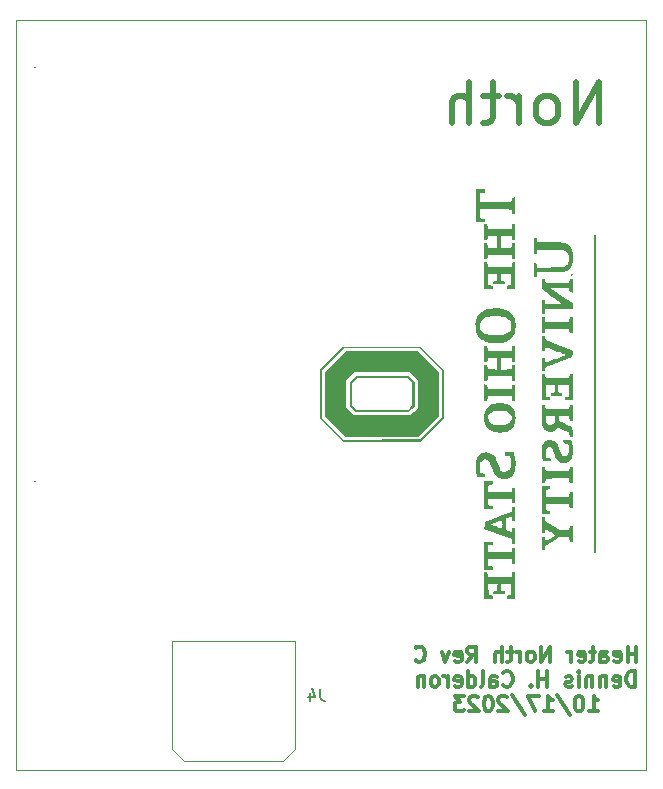
<source format=gbr>
%TF.GenerationSoftware,KiCad,Pcbnew,7.0.7*%
%TF.CreationDate,2023-10-17T22:15:13-05:00*%
%TF.ProjectId,Heater_North_DCT_HSK,48656174-6572-45f4-9e6f-7274685f4443,rev?*%
%TF.SameCoordinates,Original*%
%TF.FileFunction,Legend,Bot*%
%TF.FilePolarity,Positive*%
%FSLAX46Y46*%
G04 Gerber Fmt 4.6, Leading zero omitted, Abs format (unit mm)*
G04 Created by KiCad (PCBNEW 7.0.7) date 2023-10-17 22:15:13*
%MOMM*%
%LPD*%
G01*
G04 APERTURE LIST*
%ADD10C,0.150000*%
%ADD11C,0.500000*%
%ADD12C,0.300000*%
%ADD13C,0.120000*%
%TA.AperFunction,Profile*%
%ADD14C,0.100000*%
%TD*%
G04 APERTURE END LIST*
D10*
X103200200Y-89890600D02*
G75*
G03*
X103200200Y-89890600I-25400J0D01*
G01*
X103200200Y-54864000D02*
G75*
G03*
X103200200Y-54864000I-25400J0D01*
G01*
X148615400Y-72390000D02*
G75*
G03*
X148615400Y-72390000I-25400J0D01*
G01*
D11*
X150950999Y-59588342D02*
X150950999Y-56088342D01*
X150950999Y-56088342D02*
X148950999Y-59588342D01*
X148950999Y-59588342D02*
X148950999Y-56088342D01*
X146784332Y-59588342D02*
X147117666Y-59421676D01*
X147117666Y-59421676D02*
X147284332Y-59255009D01*
X147284332Y-59255009D02*
X147450999Y-58921676D01*
X147450999Y-58921676D02*
X147450999Y-57921676D01*
X147450999Y-57921676D02*
X147284332Y-57588342D01*
X147284332Y-57588342D02*
X147117666Y-57421676D01*
X147117666Y-57421676D02*
X146784332Y-57255009D01*
X146784332Y-57255009D02*
X146284332Y-57255009D01*
X146284332Y-57255009D02*
X145950999Y-57421676D01*
X145950999Y-57421676D02*
X145784332Y-57588342D01*
X145784332Y-57588342D02*
X145617666Y-57921676D01*
X145617666Y-57921676D02*
X145617666Y-58921676D01*
X145617666Y-58921676D02*
X145784332Y-59255009D01*
X145784332Y-59255009D02*
X145950999Y-59421676D01*
X145950999Y-59421676D02*
X146284332Y-59588342D01*
X146284332Y-59588342D02*
X146784332Y-59588342D01*
X144117665Y-59588342D02*
X144117665Y-57255009D01*
X144117665Y-57921676D02*
X143950999Y-57588342D01*
X143950999Y-57588342D02*
X143784332Y-57421676D01*
X143784332Y-57421676D02*
X143450999Y-57255009D01*
X143450999Y-57255009D02*
X143117665Y-57255009D01*
X142450998Y-57255009D02*
X141117665Y-57255009D01*
X141950998Y-56088342D02*
X141950998Y-59088342D01*
X141950998Y-59088342D02*
X141784332Y-59421676D01*
X141784332Y-59421676D02*
X141450998Y-59588342D01*
X141450998Y-59588342D02*
X141117665Y-59588342D01*
X139950998Y-59588342D02*
X139950998Y-56088342D01*
X138450998Y-59588342D02*
X138450998Y-57755009D01*
X138450998Y-57755009D02*
X138617665Y-57421676D01*
X138617665Y-57421676D02*
X138950998Y-57255009D01*
X138950998Y-57255009D02*
X139450998Y-57255009D01*
X139450998Y-57255009D02*
X139784332Y-57421676D01*
X139784332Y-57421676D02*
X139950998Y-57588342D01*
D12*
X154088717Y-105180914D02*
X154088717Y-103880914D01*
X154088717Y-104499962D02*
X153345860Y-104499962D01*
X153345860Y-105180914D02*
X153345860Y-103880914D01*
X152231574Y-105119010D02*
X152355383Y-105180914D01*
X152355383Y-105180914D02*
X152603002Y-105180914D01*
X152603002Y-105180914D02*
X152726812Y-105119010D01*
X152726812Y-105119010D02*
X152788716Y-104995200D01*
X152788716Y-104995200D02*
X152788716Y-104499962D01*
X152788716Y-104499962D02*
X152726812Y-104376152D01*
X152726812Y-104376152D02*
X152603002Y-104314248D01*
X152603002Y-104314248D02*
X152355383Y-104314248D01*
X152355383Y-104314248D02*
X152231574Y-104376152D01*
X152231574Y-104376152D02*
X152169669Y-104499962D01*
X152169669Y-104499962D02*
X152169669Y-104623771D01*
X152169669Y-104623771D02*
X152788716Y-104747581D01*
X151055383Y-105180914D02*
X151055383Y-104499962D01*
X151055383Y-104499962D02*
X151117288Y-104376152D01*
X151117288Y-104376152D02*
X151241097Y-104314248D01*
X151241097Y-104314248D02*
X151488716Y-104314248D01*
X151488716Y-104314248D02*
X151612526Y-104376152D01*
X151055383Y-105119010D02*
X151179192Y-105180914D01*
X151179192Y-105180914D02*
X151488716Y-105180914D01*
X151488716Y-105180914D02*
X151612526Y-105119010D01*
X151612526Y-105119010D02*
X151674430Y-104995200D01*
X151674430Y-104995200D02*
X151674430Y-104871390D01*
X151674430Y-104871390D02*
X151612526Y-104747581D01*
X151612526Y-104747581D02*
X151488716Y-104685676D01*
X151488716Y-104685676D02*
X151179192Y-104685676D01*
X151179192Y-104685676D02*
X151055383Y-104623771D01*
X150622050Y-104314248D02*
X150126812Y-104314248D01*
X150436336Y-103880914D02*
X150436336Y-104995200D01*
X150436336Y-104995200D02*
X150374431Y-105119010D01*
X150374431Y-105119010D02*
X150250621Y-105180914D01*
X150250621Y-105180914D02*
X150126812Y-105180914D01*
X149198241Y-105119010D02*
X149322050Y-105180914D01*
X149322050Y-105180914D02*
X149569669Y-105180914D01*
X149569669Y-105180914D02*
X149693479Y-105119010D01*
X149693479Y-105119010D02*
X149755383Y-104995200D01*
X149755383Y-104995200D02*
X149755383Y-104499962D01*
X149755383Y-104499962D02*
X149693479Y-104376152D01*
X149693479Y-104376152D02*
X149569669Y-104314248D01*
X149569669Y-104314248D02*
X149322050Y-104314248D01*
X149322050Y-104314248D02*
X149198241Y-104376152D01*
X149198241Y-104376152D02*
X149136336Y-104499962D01*
X149136336Y-104499962D02*
X149136336Y-104623771D01*
X149136336Y-104623771D02*
X149755383Y-104747581D01*
X148579193Y-105180914D02*
X148579193Y-104314248D01*
X148579193Y-104561867D02*
X148517288Y-104438057D01*
X148517288Y-104438057D02*
X148455383Y-104376152D01*
X148455383Y-104376152D02*
X148331574Y-104314248D01*
X148331574Y-104314248D02*
X148207764Y-104314248D01*
X146783955Y-105180914D02*
X146783955Y-103880914D01*
X146783955Y-103880914D02*
X146041098Y-105180914D01*
X146041098Y-105180914D02*
X146041098Y-103880914D01*
X145236335Y-105180914D02*
X145360145Y-105119010D01*
X145360145Y-105119010D02*
X145422050Y-105057105D01*
X145422050Y-105057105D02*
X145483954Y-104933295D01*
X145483954Y-104933295D02*
X145483954Y-104561867D01*
X145483954Y-104561867D02*
X145422050Y-104438057D01*
X145422050Y-104438057D02*
X145360145Y-104376152D01*
X145360145Y-104376152D02*
X145236335Y-104314248D01*
X145236335Y-104314248D02*
X145050621Y-104314248D01*
X145050621Y-104314248D02*
X144926812Y-104376152D01*
X144926812Y-104376152D02*
X144864907Y-104438057D01*
X144864907Y-104438057D02*
X144803002Y-104561867D01*
X144803002Y-104561867D02*
X144803002Y-104933295D01*
X144803002Y-104933295D02*
X144864907Y-105057105D01*
X144864907Y-105057105D02*
X144926812Y-105119010D01*
X144926812Y-105119010D02*
X145050621Y-105180914D01*
X145050621Y-105180914D02*
X145236335Y-105180914D01*
X144245860Y-105180914D02*
X144245860Y-104314248D01*
X144245860Y-104561867D02*
X144183955Y-104438057D01*
X144183955Y-104438057D02*
X144122050Y-104376152D01*
X144122050Y-104376152D02*
X143998241Y-104314248D01*
X143998241Y-104314248D02*
X143874431Y-104314248D01*
X143626812Y-104314248D02*
X143131574Y-104314248D01*
X143441098Y-103880914D02*
X143441098Y-104995200D01*
X143441098Y-104995200D02*
X143379193Y-105119010D01*
X143379193Y-105119010D02*
X143255383Y-105180914D01*
X143255383Y-105180914D02*
X143131574Y-105180914D01*
X142698241Y-105180914D02*
X142698241Y-103880914D01*
X142141098Y-105180914D02*
X142141098Y-104499962D01*
X142141098Y-104499962D02*
X142203003Y-104376152D01*
X142203003Y-104376152D02*
X142326812Y-104314248D01*
X142326812Y-104314248D02*
X142512526Y-104314248D01*
X142512526Y-104314248D02*
X142636336Y-104376152D01*
X142636336Y-104376152D02*
X142698241Y-104438057D01*
X139788718Y-105180914D02*
X140222051Y-104561867D01*
X140531575Y-105180914D02*
X140531575Y-103880914D01*
X140531575Y-103880914D02*
X140036337Y-103880914D01*
X140036337Y-103880914D02*
X139912527Y-103942819D01*
X139912527Y-103942819D02*
X139850622Y-104004724D01*
X139850622Y-104004724D02*
X139788718Y-104128533D01*
X139788718Y-104128533D02*
X139788718Y-104314248D01*
X139788718Y-104314248D02*
X139850622Y-104438057D01*
X139850622Y-104438057D02*
X139912527Y-104499962D01*
X139912527Y-104499962D02*
X140036337Y-104561867D01*
X140036337Y-104561867D02*
X140531575Y-104561867D01*
X138736337Y-105119010D02*
X138860146Y-105180914D01*
X138860146Y-105180914D02*
X139107765Y-105180914D01*
X139107765Y-105180914D02*
X139231575Y-105119010D01*
X139231575Y-105119010D02*
X139293479Y-104995200D01*
X139293479Y-104995200D02*
X139293479Y-104499962D01*
X139293479Y-104499962D02*
X139231575Y-104376152D01*
X139231575Y-104376152D02*
X139107765Y-104314248D01*
X139107765Y-104314248D02*
X138860146Y-104314248D01*
X138860146Y-104314248D02*
X138736337Y-104376152D01*
X138736337Y-104376152D02*
X138674432Y-104499962D01*
X138674432Y-104499962D02*
X138674432Y-104623771D01*
X138674432Y-104623771D02*
X139293479Y-104747581D01*
X138241098Y-104314248D02*
X137931574Y-105180914D01*
X137931574Y-105180914D02*
X137622051Y-104314248D01*
X135393480Y-105057105D02*
X135455384Y-105119010D01*
X135455384Y-105119010D02*
X135641099Y-105180914D01*
X135641099Y-105180914D02*
X135764908Y-105180914D01*
X135764908Y-105180914D02*
X135950622Y-105119010D01*
X135950622Y-105119010D02*
X136074432Y-104995200D01*
X136074432Y-104995200D02*
X136136337Y-104871390D01*
X136136337Y-104871390D02*
X136198241Y-104623771D01*
X136198241Y-104623771D02*
X136198241Y-104438057D01*
X136198241Y-104438057D02*
X136136337Y-104190438D01*
X136136337Y-104190438D02*
X136074432Y-104066629D01*
X136074432Y-104066629D02*
X135950622Y-103942819D01*
X135950622Y-103942819D02*
X135764908Y-103880914D01*
X135764908Y-103880914D02*
X135641099Y-103880914D01*
X135641099Y-103880914D02*
X135455384Y-103942819D01*
X135455384Y-103942819D02*
X135393480Y-104004724D01*
X153964907Y-107273914D02*
X153964907Y-105973914D01*
X153964907Y-105973914D02*
X153655383Y-105973914D01*
X153655383Y-105973914D02*
X153469669Y-106035819D01*
X153469669Y-106035819D02*
X153345859Y-106159629D01*
X153345859Y-106159629D02*
X153283954Y-106283438D01*
X153283954Y-106283438D02*
X153222050Y-106531057D01*
X153222050Y-106531057D02*
X153222050Y-106716771D01*
X153222050Y-106716771D02*
X153283954Y-106964390D01*
X153283954Y-106964390D02*
X153345859Y-107088200D01*
X153345859Y-107088200D02*
X153469669Y-107212010D01*
X153469669Y-107212010D02*
X153655383Y-107273914D01*
X153655383Y-107273914D02*
X153964907Y-107273914D01*
X152169669Y-107212010D02*
X152293478Y-107273914D01*
X152293478Y-107273914D02*
X152541097Y-107273914D01*
X152541097Y-107273914D02*
X152664907Y-107212010D01*
X152664907Y-107212010D02*
X152726811Y-107088200D01*
X152726811Y-107088200D02*
X152726811Y-106592962D01*
X152726811Y-106592962D02*
X152664907Y-106469152D01*
X152664907Y-106469152D02*
X152541097Y-106407248D01*
X152541097Y-106407248D02*
X152293478Y-106407248D01*
X152293478Y-106407248D02*
X152169669Y-106469152D01*
X152169669Y-106469152D02*
X152107764Y-106592962D01*
X152107764Y-106592962D02*
X152107764Y-106716771D01*
X152107764Y-106716771D02*
X152726811Y-106840581D01*
X151550621Y-106407248D02*
X151550621Y-107273914D01*
X151550621Y-106531057D02*
X151488716Y-106469152D01*
X151488716Y-106469152D02*
X151364906Y-106407248D01*
X151364906Y-106407248D02*
X151179192Y-106407248D01*
X151179192Y-106407248D02*
X151055383Y-106469152D01*
X151055383Y-106469152D02*
X150993478Y-106592962D01*
X150993478Y-106592962D02*
X150993478Y-107273914D01*
X150374431Y-106407248D02*
X150374431Y-107273914D01*
X150374431Y-106531057D02*
X150312526Y-106469152D01*
X150312526Y-106469152D02*
X150188716Y-106407248D01*
X150188716Y-106407248D02*
X150003002Y-106407248D01*
X150003002Y-106407248D02*
X149879193Y-106469152D01*
X149879193Y-106469152D02*
X149817288Y-106592962D01*
X149817288Y-106592962D02*
X149817288Y-107273914D01*
X149198241Y-107273914D02*
X149198241Y-106407248D01*
X149198241Y-105973914D02*
X149260145Y-106035819D01*
X149260145Y-106035819D02*
X149198241Y-106097724D01*
X149198241Y-106097724D02*
X149136336Y-106035819D01*
X149136336Y-106035819D02*
X149198241Y-105973914D01*
X149198241Y-105973914D02*
X149198241Y-106097724D01*
X148641097Y-107212010D02*
X148517288Y-107273914D01*
X148517288Y-107273914D02*
X148269669Y-107273914D01*
X148269669Y-107273914D02*
X148145859Y-107212010D01*
X148145859Y-107212010D02*
X148083955Y-107088200D01*
X148083955Y-107088200D02*
X148083955Y-107026295D01*
X148083955Y-107026295D02*
X148145859Y-106902486D01*
X148145859Y-106902486D02*
X148269669Y-106840581D01*
X148269669Y-106840581D02*
X148455383Y-106840581D01*
X148455383Y-106840581D02*
X148579193Y-106778676D01*
X148579193Y-106778676D02*
X148641097Y-106654867D01*
X148641097Y-106654867D02*
X148641097Y-106592962D01*
X148641097Y-106592962D02*
X148579193Y-106469152D01*
X148579193Y-106469152D02*
X148455383Y-106407248D01*
X148455383Y-106407248D02*
X148269669Y-106407248D01*
X148269669Y-106407248D02*
X148145859Y-106469152D01*
X146536336Y-107273914D02*
X146536336Y-105973914D01*
X146536336Y-106592962D02*
X145793479Y-106592962D01*
X145793479Y-107273914D02*
X145793479Y-105973914D01*
X145174431Y-107150105D02*
X145112526Y-107212010D01*
X145112526Y-107212010D02*
X145174431Y-107273914D01*
X145174431Y-107273914D02*
X145236335Y-107212010D01*
X145236335Y-107212010D02*
X145174431Y-107150105D01*
X145174431Y-107150105D02*
X145174431Y-107273914D01*
X142822050Y-107150105D02*
X142883954Y-107212010D01*
X142883954Y-107212010D02*
X143069669Y-107273914D01*
X143069669Y-107273914D02*
X143193478Y-107273914D01*
X143193478Y-107273914D02*
X143379192Y-107212010D01*
X143379192Y-107212010D02*
X143503002Y-107088200D01*
X143503002Y-107088200D02*
X143564907Y-106964390D01*
X143564907Y-106964390D02*
X143626811Y-106716771D01*
X143626811Y-106716771D02*
X143626811Y-106531057D01*
X143626811Y-106531057D02*
X143564907Y-106283438D01*
X143564907Y-106283438D02*
X143503002Y-106159629D01*
X143503002Y-106159629D02*
X143379192Y-106035819D01*
X143379192Y-106035819D02*
X143193478Y-105973914D01*
X143193478Y-105973914D02*
X143069669Y-105973914D01*
X143069669Y-105973914D02*
X142883954Y-106035819D01*
X142883954Y-106035819D02*
X142822050Y-106097724D01*
X141707764Y-107273914D02*
X141707764Y-106592962D01*
X141707764Y-106592962D02*
X141769669Y-106469152D01*
X141769669Y-106469152D02*
X141893478Y-106407248D01*
X141893478Y-106407248D02*
X142141097Y-106407248D01*
X142141097Y-106407248D02*
X142264907Y-106469152D01*
X141707764Y-107212010D02*
X141831573Y-107273914D01*
X141831573Y-107273914D02*
X142141097Y-107273914D01*
X142141097Y-107273914D02*
X142264907Y-107212010D01*
X142264907Y-107212010D02*
X142326811Y-107088200D01*
X142326811Y-107088200D02*
X142326811Y-106964390D01*
X142326811Y-106964390D02*
X142264907Y-106840581D01*
X142264907Y-106840581D02*
X142141097Y-106778676D01*
X142141097Y-106778676D02*
X141831573Y-106778676D01*
X141831573Y-106778676D02*
X141707764Y-106716771D01*
X140903002Y-107273914D02*
X141026812Y-107212010D01*
X141026812Y-107212010D02*
X141088717Y-107088200D01*
X141088717Y-107088200D02*
X141088717Y-105973914D01*
X139850622Y-107273914D02*
X139850622Y-105973914D01*
X139850622Y-107212010D02*
X139974431Y-107273914D01*
X139974431Y-107273914D02*
X140222050Y-107273914D01*
X140222050Y-107273914D02*
X140345860Y-107212010D01*
X140345860Y-107212010D02*
X140407765Y-107150105D01*
X140407765Y-107150105D02*
X140469669Y-107026295D01*
X140469669Y-107026295D02*
X140469669Y-106654867D01*
X140469669Y-106654867D02*
X140407765Y-106531057D01*
X140407765Y-106531057D02*
X140345860Y-106469152D01*
X140345860Y-106469152D02*
X140222050Y-106407248D01*
X140222050Y-106407248D02*
X139974431Y-106407248D01*
X139974431Y-106407248D02*
X139850622Y-106469152D01*
X138736337Y-107212010D02*
X138860146Y-107273914D01*
X138860146Y-107273914D02*
X139107765Y-107273914D01*
X139107765Y-107273914D02*
X139231575Y-107212010D01*
X139231575Y-107212010D02*
X139293479Y-107088200D01*
X139293479Y-107088200D02*
X139293479Y-106592962D01*
X139293479Y-106592962D02*
X139231575Y-106469152D01*
X139231575Y-106469152D02*
X139107765Y-106407248D01*
X139107765Y-106407248D02*
X138860146Y-106407248D01*
X138860146Y-106407248D02*
X138736337Y-106469152D01*
X138736337Y-106469152D02*
X138674432Y-106592962D01*
X138674432Y-106592962D02*
X138674432Y-106716771D01*
X138674432Y-106716771D02*
X139293479Y-106840581D01*
X138117289Y-107273914D02*
X138117289Y-106407248D01*
X138117289Y-106654867D02*
X138055384Y-106531057D01*
X138055384Y-106531057D02*
X137993479Y-106469152D01*
X137993479Y-106469152D02*
X137869670Y-106407248D01*
X137869670Y-106407248D02*
X137745860Y-106407248D01*
X137126812Y-107273914D02*
X137250622Y-107212010D01*
X137250622Y-107212010D02*
X137312527Y-107150105D01*
X137312527Y-107150105D02*
X137374431Y-107026295D01*
X137374431Y-107026295D02*
X137374431Y-106654867D01*
X137374431Y-106654867D02*
X137312527Y-106531057D01*
X137312527Y-106531057D02*
X137250622Y-106469152D01*
X137250622Y-106469152D02*
X137126812Y-106407248D01*
X137126812Y-106407248D02*
X136941098Y-106407248D01*
X136941098Y-106407248D02*
X136817289Y-106469152D01*
X136817289Y-106469152D02*
X136755384Y-106531057D01*
X136755384Y-106531057D02*
X136693479Y-106654867D01*
X136693479Y-106654867D02*
X136693479Y-107026295D01*
X136693479Y-107026295D02*
X136755384Y-107150105D01*
X136755384Y-107150105D02*
X136817289Y-107212010D01*
X136817289Y-107212010D02*
X136941098Y-107273914D01*
X136941098Y-107273914D02*
X137126812Y-107273914D01*
X136136337Y-106407248D02*
X136136337Y-107273914D01*
X136136337Y-106531057D02*
X136074432Y-106469152D01*
X136074432Y-106469152D02*
X135950622Y-106407248D01*
X135950622Y-106407248D02*
X135764908Y-106407248D01*
X135764908Y-106407248D02*
X135641099Y-106469152D01*
X135641099Y-106469152D02*
X135579194Y-106592962D01*
X135579194Y-106592962D02*
X135579194Y-107273914D01*
X150095859Y-109366914D02*
X150838716Y-109366914D01*
X150467288Y-109366914D02*
X150467288Y-108066914D01*
X150467288Y-108066914D02*
X150591097Y-108252629D01*
X150591097Y-108252629D02*
X150714907Y-108376438D01*
X150714907Y-108376438D02*
X150838716Y-108438343D01*
X149291098Y-108066914D02*
X149167288Y-108066914D01*
X149167288Y-108066914D02*
X149043479Y-108128819D01*
X149043479Y-108128819D02*
X148981574Y-108190724D01*
X148981574Y-108190724D02*
X148919669Y-108314533D01*
X148919669Y-108314533D02*
X148857764Y-108562152D01*
X148857764Y-108562152D02*
X148857764Y-108871676D01*
X148857764Y-108871676D02*
X148919669Y-109119295D01*
X148919669Y-109119295D02*
X148981574Y-109243105D01*
X148981574Y-109243105D02*
X149043479Y-109305010D01*
X149043479Y-109305010D02*
X149167288Y-109366914D01*
X149167288Y-109366914D02*
X149291098Y-109366914D01*
X149291098Y-109366914D02*
X149414907Y-109305010D01*
X149414907Y-109305010D02*
X149476812Y-109243105D01*
X149476812Y-109243105D02*
X149538717Y-109119295D01*
X149538717Y-109119295D02*
X149600621Y-108871676D01*
X149600621Y-108871676D02*
X149600621Y-108562152D01*
X149600621Y-108562152D02*
X149538717Y-108314533D01*
X149538717Y-108314533D02*
X149476812Y-108190724D01*
X149476812Y-108190724D02*
X149414907Y-108128819D01*
X149414907Y-108128819D02*
X149291098Y-108066914D01*
X147372050Y-108005010D02*
X148486336Y-109676438D01*
X146257764Y-109366914D02*
X147000621Y-109366914D01*
X146629193Y-109366914D02*
X146629193Y-108066914D01*
X146629193Y-108066914D02*
X146753002Y-108252629D01*
X146753002Y-108252629D02*
X146876812Y-108376438D01*
X146876812Y-108376438D02*
X147000621Y-108438343D01*
X145824431Y-108066914D02*
X144957765Y-108066914D01*
X144957765Y-108066914D02*
X145514907Y-109366914D01*
X143533955Y-108005010D02*
X144648241Y-109676438D01*
X143162526Y-108190724D02*
X143100622Y-108128819D01*
X143100622Y-108128819D02*
X142976812Y-108066914D01*
X142976812Y-108066914D02*
X142667288Y-108066914D01*
X142667288Y-108066914D02*
X142543479Y-108128819D01*
X142543479Y-108128819D02*
X142481574Y-108190724D01*
X142481574Y-108190724D02*
X142419669Y-108314533D01*
X142419669Y-108314533D02*
X142419669Y-108438343D01*
X142419669Y-108438343D02*
X142481574Y-108624057D01*
X142481574Y-108624057D02*
X143224431Y-109366914D01*
X143224431Y-109366914D02*
X142419669Y-109366914D01*
X141614908Y-108066914D02*
X141491098Y-108066914D01*
X141491098Y-108066914D02*
X141367289Y-108128819D01*
X141367289Y-108128819D02*
X141305384Y-108190724D01*
X141305384Y-108190724D02*
X141243479Y-108314533D01*
X141243479Y-108314533D02*
X141181574Y-108562152D01*
X141181574Y-108562152D02*
X141181574Y-108871676D01*
X141181574Y-108871676D02*
X141243479Y-109119295D01*
X141243479Y-109119295D02*
X141305384Y-109243105D01*
X141305384Y-109243105D02*
X141367289Y-109305010D01*
X141367289Y-109305010D02*
X141491098Y-109366914D01*
X141491098Y-109366914D02*
X141614908Y-109366914D01*
X141614908Y-109366914D02*
X141738717Y-109305010D01*
X141738717Y-109305010D02*
X141800622Y-109243105D01*
X141800622Y-109243105D02*
X141862527Y-109119295D01*
X141862527Y-109119295D02*
X141924431Y-108871676D01*
X141924431Y-108871676D02*
X141924431Y-108562152D01*
X141924431Y-108562152D02*
X141862527Y-108314533D01*
X141862527Y-108314533D02*
X141800622Y-108190724D01*
X141800622Y-108190724D02*
X141738717Y-108128819D01*
X141738717Y-108128819D02*
X141614908Y-108066914D01*
X140686336Y-108190724D02*
X140624432Y-108128819D01*
X140624432Y-108128819D02*
X140500622Y-108066914D01*
X140500622Y-108066914D02*
X140191098Y-108066914D01*
X140191098Y-108066914D02*
X140067289Y-108128819D01*
X140067289Y-108128819D02*
X140005384Y-108190724D01*
X140005384Y-108190724D02*
X139943479Y-108314533D01*
X139943479Y-108314533D02*
X139943479Y-108438343D01*
X139943479Y-108438343D02*
X140005384Y-108624057D01*
X140005384Y-108624057D02*
X140748241Y-109366914D01*
X140748241Y-109366914D02*
X139943479Y-109366914D01*
X139510146Y-108066914D02*
X138705384Y-108066914D01*
X138705384Y-108066914D02*
X139138718Y-108562152D01*
X139138718Y-108562152D02*
X138953003Y-108562152D01*
X138953003Y-108562152D02*
X138829194Y-108624057D01*
X138829194Y-108624057D02*
X138767289Y-108685962D01*
X138767289Y-108685962D02*
X138705384Y-108809771D01*
X138705384Y-108809771D02*
X138705384Y-109119295D01*
X138705384Y-109119295D02*
X138767289Y-109243105D01*
X138767289Y-109243105D02*
X138829194Y-109305010D01*
X138829194Y-109305010D02*
X138953003Y-109366914D01*
X138953003Y-109366914D02*
X139324432Y-109366914D01*
X139324432Y-109366914D02*
X139448241Y-109305010D01*
X139448241Y-109305010D02*
X139510146Y-109243105D01*
D10*
X127333333Y-107454819D02*
X127333333Y-108169104D01*
X127333333Y-108169104D02*
X127380952Y-108311961D01*
X127380952Y-108311961D02*
X127476190Y-108407200D01*
X127476190Y-108407200D02*
X127619047Y-108454819D01*
X127619047Y-108454819D02*
X127714285Y-108454819D01*
X126428571Y-107788152D02*
X126428571Y-108454819D01*
X126666666Y-107407200D02*
X126904761Y-108121485D01*
X126904761Y-108121485D02*
X126285714Y-108121485D01*
%TO.C,G\u002A\u002A\u002A*%
G36*
X150674000Y-95929085D02*
G01*
X150479364Y-95929085D01*
X150479364Y-69069314D01*
X150674000Y-69069314D01*
X150674000Y-95929085D01*
G37*
G36*
X141947819Y-95271918D02*
G01*
X141753183Y-95293938D01*
X141558547Y-95315959D01*
X141558547Y-95896645D01*
X143534125Y-95896645D01*
X143556145Y-95702009D01*
X143578166Y-95507373D01*
X143829300Y-95507373D01*
X143829300Y-96869825D01*
X143578166Y-96869825D01*
X143556145Y-96675189D01*
X143534125Y-96480553D01*
X141558547Y-96480553D01*
X141558547Y-97061240D01*
X141753183Y-97083260D01*
X141947819Y-97105281D01*
X141947819Y-97356415D01*
X141234154Y-97356415D01*
X141234154Y-95020783D01*
X141947819Y-95020783D01*
X141947819Y-95271918D01*
G37*
G36*
X146398378Y-76368165D02*
G01*
X148399271Y-76368165D01*
X148419900Y-76214078D01*
X148429562Y-76144495D01*
X148447559Y-76051418D01*
X148472472Y-76001959D01*
X148513702Y-75982368D01*
X148580645Y-75978893D01*
X148695201Y-75978893D01*
X148695201Y-77345262D01*
X148573553Y-77335193D01*
X148559068Y-77333981D01*
X148496529Y-77324703D01*
X148461372Y-77299843D01*
X148441270Y-77243206D01*
X148423894Y-77138599D01*
X148395882Y-76952073D01*
X146398378Y-76952073D01*
X146353198Y-77341345D01*
X146100054Y-77341345D01*
X146100054Y-75978893D01*
X146353198Y-75978893D01*
X146398378Y-76368165D01*
G37*
G36*
X135735281Y-78479122D02*
G01*
X135833004Y-78479158D01*
X136830514Y-79454846D01*
X137828023Y-80430533D01*
X137828023Y-84526272D01*
X136830710Y-85523974D01*
X135833397Y-86521677D01*
X129263363Y-86521677D01*
X127285239Y-84566189D01*
X127285239Y-84494638D01*
X127479875Y-84494638D01*
X128418076Y-85432420D01*
X129356277Y-86370203D01*
X135768125Y-86326379D01*
X137633387Y-84462199D01*
X137633387Y-80536207D01*
X135735281Y-78638919D01*
X129344717Y-78638919D01*
X127479875Y-80504593D01*
X127479875Y-84494638D01*
X127285239Y-84494638D01*
X127285239Y-80439694D01*
X128266330Y-79458208D01*
X129247420Y-78476722D01*
X135735281Y-78479122D01*
G37*
G36*
X134728321Y-80942111D02*
G01*
X134793590Y-80942111D01*
X135061892Y-81209020D01*
X135330194Y-81475928D01*
X135330194Y-83525750D01*
X135058424Y-83791019D01*
X134786653Y-84056288D01*
X130359049Y-84056288D01*
X129815507Y-83525750D01*
X129815507Y-83425461D01*
X129977704Y-83425461D01*
X130197484Y-83643556D01*
X130417263Y-83861652D01*
X134731941Y-83861652D01*
X134933750Y-83658033D01*
X135135558Y-83454414D01*
X135135558Y-81540365D01*
X134931940Y-81338556D01*
X134728321Y-81136747D01*
X130413895Y-81136747D01*
X130195800Y-81356527D01*
X129977704Y-81576307D01*
X129977704Y-83425461D01*
X129815507Y-83425461D01*
X129815507Y-81478716D01*
X130082416Y-81210413D01*
X130349324Y-80942111D01*
X134728321Y-80942111D01*
G37*
G36*
X134891204Y-78865994D02*
G01*
X135637934Y-78865994D01*
X136522123Y-79749745D01*
X137406312Y-80633495D01*
X137406312Y-84361694D01*
X135672408Y-86099966D01*
X129475337Y-86099966D01*
X128607363Y-85232439D01*
X127739390Y-84364912D01*
X127739390Y-83619463D01*
X129523553Y-83619463D01*
X129872806Y-83967633D01*
X130222058Y-84315802D01*
X134925862Y-84315802D01*
X135257786Y-83982745D01*
X135589709Y-83649688D01*
X135589709Y-81346497D01*
X135240457Y-80998327D01*
X134891204Y-80650157D01*
X130252380Y-80650157D01*
X129887967Y-81015607D01*
X129523553Y-81381058D01*
X129523553Y-83619463D01*
X127739390Y-83619463D01*
X127739390Y-80634372D01*
X128623141Y-79750183D01*
X129506891Y-78865994D01*
X134891204Y-78865994D01*
G37*
G36*
X146813719Y-90570224D02*
G01*
X146424447Y-90615404D01*
X146424447Y-91192942D01*
X148395882Y-91192942D01*
X148423894Y-91006415D01*
X148427238Y-90984207D01*
X148444204Y-90889046D01*
X148466027Y-90839058D01*
X148505034Y-90818047D01*
X148573553Y-90809821D01*
X148695201Y-90799753D01*
X148695201Y-92170038D01*
X148573553Y-92159970D01*
X148559068Y-92158757D01*
X148496529Y-92149479D01*
X148461372Y-92124619D01*
X148441270Y-92067983D01*
X148423894Y-91963376D01*
X148395882Y-91776850D01*
X146424447Y-91776850D01*
X146424447Y-92357536D01*
X146619083Y-92379557D01*
X146813719Y-92401577D01*
X146813719Y-92652712D01*
X146100054Y-92652712D01*
X146100054Y-90317079D01*
X146813719Y-90317079D01*
X146813719Y-90570224D01*
G37*
G36*
X148695201Y-90029042D02*
G01*
X148573553Y-90018974D01*
X148558557Y-90017718D01*
X148496291Y-90008413D01*
X148461272Y-89983459D01*
X148441212Y-89926683D01*
X148423825Y-89821916D01*
X148395745Y-89634927D01*
X147401986Y-89643500D01*
X146408228Y-89652073D01*
X146349068Y-90025125D01*
X146098738Y-90025125D01*
X146116274Y-88678893D01*
X146229811Y-88678893D01*
X146243058Y-88678907D01*
X146301589Y-88683060D01*
X146334710Y-88705286D01*
X146354080Y-88760951D01*
X146371361Y-88865419D01*
X146399373Y-89051945D01*
X148399271Y-89051945D01*
X148419900Y-88897859D01*
X148429562Y-88828275D01*
X148447559Y-88735198D01*
X148472472Y-88685739D01*
X148513702Y-88666148D01*
X148580645Y-88662673D01*
X148695201Y-88662673D01*
X148695201Y-90029042D01*
G37*
G36*
X143829300Y-83050668D02*
G01*
X143578823Y-83050668D01*
X143559521Y-82887699D01*
X143551790Y-82830414D01*
X143535576Y-82741725D01*
X143520649Y-82693063D01*
X143489994Y-82684745D01*
X143398273Y-82676725D01*
X143250351Y-82670235D01*
X143050810Y-82665421D01*
X142804233Y-82662426D01*
X142515204Y-82661396D01*
X141529329Y-82661396D01*
X141507309Y-82856032D01*
X141485288Y-83050668D01*
X141234154Y-83050668D01*
X141234154Y-81684300D01*
X141355801Y-81694368D01*
X141370286Y-81695580D01*
X141432825Y-81704858D01*
X141467982Y-81729719D01*
X141488084Y-81786355D01*
X141505460Y-81890962D01*
X141533472Y-82077488D01*
X143529982Y-82077488D01*
X143557994Y-81890962D01*
X143561338Y-81868754D01*
X143578304Y-81773593D01*
X143600127Y-81723604D01*
X143639134Y-81702594D01*
X143707653Y-81694368D01*
X143829300Y-81684300D01*
X143829300Y-83050668D01*
G37*
G36*
X141947819Y-90023656D02*
G01*
X141947627Y-90053897D01*
X141939075Y-90122391D01*
X141904579Y-90154314D01*
X141826171Y-90171502D01*
X141747678Y-90183751D01*
X141648277Y-90202230D01*
X141591406Y-90228462D01*
X141565323Y-90276691D01*
X141558284Y-90361161D01*
X141558547Y-90496114D01*
X141558547Y-90771230D01*
X143532678Y-90771230D01*
X143554970Y-90592814D01*
X143577261Y-90414397D01*
X143829300Y-90414397D01*
X143829300Y-91744410D01*
X143577261Y-91744410D01*
X143554970Y-91565994D01*
X143532678Y-91387578D01*
X141558547Y-91387578D01*
X141558547Y-91664330D01*
X141558491Y-91729383D01*
X141561262Y-91844268D01*
X141576182Y-91913783D01*
X141613241Y-91951643D01*
X141682427Y-91971567D01*
X141793732Y-91987271D01*
X141947819Y-92007900D01*
X141947819Y-92263440D01*
X141234154Y-92263440D01*
X141234154Y-89895368D01*
X141947819Y-89895368D01*
X141947819Y-90023656D01*
G37*
G36*
X141355801Y-97589642D02*
G01*
X141370286Y-97590855D01*
X141432825Y-97600133D01*
X141467982Y-97624993D01*
X141488084Y-97681630D01*
X141505460Y-97786237D01*
X141533472Y-97972763D01*
X143534125Y-97972763D01*
X143556145Y-97778127D01*
X143578166Y-97583491D01*
X143829300Y-97583491D01*
X143829300Y-99821805D01*
X143148074Y-99821805D01*
X143148074Y-99567239D01*
X143318381Y-99540167D01*
X143488687Y-99513095D01*
X143506641Y-98556671D01*
X142629045Y-98556671D01*
X142629045Y-99164660D01*
X142791242Y-99186176D01*
X142873518Y-99198409D01*
X142928961Y-99217284D01*
X142950080Y-99253293D01*
X142953438Y-99320112D01*
X142953438Y-99432533D01*
X141980258Y-99432533D01*
X141980258Y-99323558D01*
X141982813Y-99265387D01*
X142001344Y-99226930D01*
X142051910Y-99204696D01*
X142150565Y-99185690D01*
X142320871Y-99156798D01*
X142330198Y-98856735D01*
X142339526Y-98556671D01*
X141556813Y-98556671D01*
X141574767Y-99513095D01*
X141745073Y-99540167D01*
X141915380Y-99567239D01*
X141915380Y-99821805D01*
X141234154Y-99821805D01*
X141234154Y-97579574D01*
X141355801Y-97589642D01*
G37*
G36*
X143829300Y-73578382D02*
G01*
X143148074Y-73578382D01*
X143148074Y-73323536D01*
X143326491Y-73301244D01*
X143504907Y-73278953D01*
X143504907Y-72313248D01*
X142629045Y-72313248D01*
X142629045Y-72923507D01*
X142791242Y-72945815D01*
X142872067Y-72958218D01*
X142928310Y-72977277D01*
X142949915Y-73012891D01*
X142953438Y-73078616D01*
X142953438Y-73189110D01*
X141976148Y-73189110D01*
X141986313Y-73085236D01*
X141991804Y-73044353D01*
X142012392Y-72998701D01*
X142062203Y-72970954D01*
X142158675Y-72947140D01*
X142320871Y-72912917D01*
X142320871Y-72329468D01*
X141939709Y-72320328D01*
X141558547Y-72311189D01*
X141558547Y-73278953D01*
X141736963Y-73301244D01*
X141915380Y-73323536D01*
X141915380Y-73578382D01*
X141234154Y-73578382D01*
X141234154Y-71336152D01*
X141355801Y-71346220D01*
X141370286Y-71347432D01*
X141432825Y-71356710D01*
X141467982Y-71381571D01*
X141488084Y-71438207D01*
X141505460Y-71542814D01*
X141533472Y-71729340D01*
X143529982Y-71729340D01*
X143557994Y-71542814D01*
X143561338Y-71520605D01*
X143578304Y-71425445D01*
X143600127Y-71375456D01*
X143639134Y-71354446D01*
X143707653Y-71346220D01*
X143829300Y-71336152D01*
X143829300Y-73578382D01*
G37*
G36*
X148695201Y-83018229D02*
G01*
X148013975Y-83018229D01*
X148013975Y-82763383D01*
X148370807Y-82718799D01*
X148370807Y-81753095D01*
X147494945Y-81753095D01*
X147494945Y-82367208D01*
X147657142Y-82388724D01*
X147737466Y-82400645D01*
X147793998Y-82419342D01*
X147815765Y-82454536D01*
X147819339Y-82519598D01*
X147819339Y-82628957D01*
X146842048Y-82628957D01*
X146852213Y-82525083D01*
X146857704Y-82484200D01*
X146878292Y-82438548D01*
X146928103Y-82410801D01*
X147024575Y-82386987D01*
X147186772Y-82352764D01*
X147186772Y-81769314D01*
X146805610Y-81760175D01*
X146424447Y-81751036D01*
X146424447Y-82718799D01*
X146602864Y-82741091D01*
X146781280Y-82763383D01*
X146781280Y-83018229D01*
X146099202Y-83018229D01*
X146107738Y-81907182D01*
X146116274Y-80796134D01*
X146229811Y-80796134D01*
X146243058Y-80796148D01*
X146301589Y-80800301D01*
X146334710Y-80822528D01*
X146354080Y-80878192D01*
X146371361Y-80982661D01*
X146399373Y-81169187D01*
X148399271Y-81169187D01*
X148419900Y-81015100D01*
X148429562Y-80945517D01*
X148447559Y-80852440D01*
X148472472Y-80802981D01*
X148513702Y-80783389D01*
X148580645Y-80779915D01*
X148695201Y-80779915D01*
X148695201Y-83018229D01*
G37*
G36*
X148695201Y-73906692D02*
G01*
X148573553Y-73896624D01*
X148559068Y-73895411D01*
X148496529Y-73886133D01*
X148461372Y-73861273D01*
X148441270Y-73804636D01*
X148423894Y-73700030D01*
X148395882Y-73513503D01*
X146862378Y-73515837D01*
X146954365Y-73591093D01*
X146967543Y-73601417D01*
X147035269Y-73651692D01*
X147145852Y-73731925D01*
X147291924Y-73836835D01*
X147466114Y-73961142D01*
X147661056Y-74099565D01*
X147869379Y-74246823D01*
X148692407Y-74827297D01*
X148695201Y-75297667D01*
X146398378Y-75297667D01*
X146353198Y-75686939D01*
X146100054Y-75686939D01*
X146100054Y-74519123D01*
X146353198Y-74519123D01*
X146398378Y-74908395D01*
X147866214Y-74908395D01*
X147651248Y-74754308D01*
X147600466Y-74717891D01*
X147484591Y-74634741D01*
X147332998Y-74525921D01*
X147156023Y-74398853D01*
X146964000Y-74260954D01*
X146767266Y-74119647D01*
X146098250Y-73639073D01*
X146116274Y-72751179D01*
X146229811Y-72751179D01*
X146243058Y-72751193D01*
X146301589Y-72755346D01*
X146334710Y-72777572D01*
X146354080Y-72833237D01*
X146371361Y-72937705D01*
X146399373Y-73124231D01*
X148399271Y-73124231D01*
X148419900Y-72970145D01*
X148429562Y-72900562D01*
X148447559Y-72807484D01*
X148472472Y-72758025D01*
X148513702Y-72738434D01*
X148580645Y-72734959D01*
X148695201Y-72734959D01*
X148695201Y-73906692D01*
G37*
G36*
X146374133Y-93088626D02*
G01*
X146396172Y-93265026D01*
X146994345Y-93656314D01*
X147592517Y-94047603D01*
X148395882Y-94047603D01*
X148423894Y-93861077D01*
X148427238Y-93838869D01*
X148444204Y-93743708D01*
X148466027Y-93693719D01*
X148505034Y-93672709D01*
X148573553Y-93664483D01*
X148695201Y-93654415D01*
X148695201Y-95020783D01*
X148580645Y-95020783D01*
X148542318Y-95020154D01*
X148489814Y-95010082D01*
X148458175Y-94976799D01*
X148438004Y-94906555D01*
X148419900Y-94785598D01*
X148399271Y-94631511D01*
X147559147Y-94631511D01*
X146977724Y-95006065D01*
X146396301Y-95380620D01*
X146374197Y-95557534D01*
X146352093Y-95734449D01*
X146100054Y-95734449D01*
X146100054Y-94599072D01*
X146349068Y-94599072D01*
X146378648Y-94777158D01*
X146408228Y-94955243D01*
X146748841Y-94742026D01*
X146885746Y-94656242D01*
X147010727Y-94577773D01*
X147108234Y-94516390D01*
X147164499Y-94480746D01*
X147176207Y-94473069D01*
X147197930Y-94453472D01*
X147198644Y-94431245D01*
X147171594Y-94399960D01*
X147110027Y-94353191D01*
X147007189Y-94284511D01*
X146856326Y-94187494D01*
X146811408Y-94158819D01*
X146674288Y-94072121D01*
X146558509Y-94000139D01*
X146475127Y-93949697D01*
X146435198Y-93927618D01*
X146420828Y-93929926D01*
X146395234Y-93981673D01*
X146374692Y-94093805D01*
X146352093Y-94274678D01*
X146100054Y-94274678D01*
X146100054Y-92912226D01*
X146352093Y-92912226D01*
X146374133Y-93088626D01*
G37*
G36*
X141266593Y-65305733D02*
G01*
X141266603Y-65316931D01*
X141264471Y-65379278D01*
X141249384Y-65418690D01*
X141208599Y-65443672D01*
X141129375Y-65462730D01*
X140998968Y-65484369D01*
X140877321Y-65503927D01*
X140877321Y-66247092D01*
X142188928Y-66247092D01*
X142273741Y-66247121D01*
X142588062Y-66247591D01*
X142844869Y-66247805D01*
X143050091Y-66246672D01*
X143209656Y-66243100D01*
X143329494Y-66235997D01*
X143415534Y-66224271D01*
X143473705Y-66206830D01*
X143509936Y-66182583D01*
X143530157Y-66150437D01*
X143540297Y-66109300D01*
X143546284Y-66058081D01*
X143554048Y-65995687D01*
X143562533Y-65944581D01*
X143582309Y-65884441D01*
X143622505Y-65861490D01*
X143702394Y-65857820D01*
X143829300Y-65857820D01*
X143829300Y-67252712D01*
X143702394Y-67252712D01*
X143655261Y-67252128D01*
X143598141Y-67240805D01*
X143570827Y-67201014D01*
X143554048Y-67114844D01*
X143551701Y-67098764D01*
X143544906Y-67039157D01*
X143538462Y-66990461D01*
X143526440Y-66951586D01*
X143502911Y-66921439D01*
X143461946Y-66898928D01*
X143397615Y-66882961D01*
X143303990Y-66872446D01*
X143175142Y-66866292D01*
X143005140Y-66863406D01*
X142788057Y-66862697D01*
X142517963Y-66863072D01*
X142188928Y-66863440D01*
X140877321Y-66863440D01*
X140877321Y-67235874D01*
X140876989Y-67326918D01*
X140877374Y-67459341D01*
X140885428Y-67545024D01*
X140908682Y-67595841D01*
X140954667Y-67623662D01*
X141030911Y-67640359D01*
X141144945Y-67657804D01*
X141173593Y-67662613D01*
X141237238Y-67681864D01*
X141262249Y-67722264D01*
X141266593Y-67805650D01*
X141266593Y-67933938D01*
X140520488Y-67933938D01*
X140520488Y-65176594D01*
X141266593Y-65176594D01*
X141266593Y-65305733D01*
G37*
G36*
X146378648Y-77751350D02*
G01*
X146408228Y-77934279D01*
X147494945Y-78344695D01*
X147726169Y-78432033D01*
X147963417Y-78521673D01*
X148176377Y-78602166D01*
X148357767Y-78670757D01*
X148500306Y-78724692D01*
X148596712Y-78761219D01*
X148639703Y-78777583D01*
X148652369Y-78783510D01*
X148675496Y-78808176D01*
X148687786Y-78857473D01*
X148691366Y-78944765D01*
X148688362Y-79083418D01*
X148678981Y-79366781D01*
X147543604Y-79792361D01*
X146408228Y-80217940D01*
X146378648Y-80401609D01*
X146349068Y-80585279D01*
X146098522Y-80585279D01*
X146107398Y-80025700D01*
X146116274Y-79466122D01*
X146229424Y-79466122D01*
X146293037Y-79469503D01*
X146329915Y-79489983D01*
X146352855Y-79543136D01*
X146374655Y-79644538D01*
X146392274Y-79719090D01*
X146418362Y-79791500D01*
X146441279Y-79817212D01*
X146452650Y-79814246D01*
X146518484Y-79792604D01*
X146629892Y-79753534D01*
X146777186Y-79700630D01*
X146950677Y-79637485D01*
X147140676Y-79567693D01*
X147337497Y-79494847D01*
X147531450Y-79422541D01*
X147712846Y-79354368D01*
X147871998Y-79293922D01*
X147999216Y-79244797D01*
X148084813Y-79210586D01*
X148119101Y-79194882D01*
X148102477Y-79183667D01*
X148034253Y-79152593D01*
X147922109Y-79105626D01*
X147775281Y-79046311D01*
X147603005Y-78978191D01*
X147414516Y-78904811D01*
X147219049Y-78829715D01*
X147025840Y-78756448D01*
X146844123Y-78688555D01*
X146683135Y-78629579D01*
X146552110Y-78583065D01*
X146460284Y-78552557D01*
X146416893Y-78541601D01*
X146406520Y-78557680D01*
X146389881Y-78622484D01*
X146374385Y-78720017D01*
X146352093Y-78898433D01*
X146100054Y-78898433D01*
X146100054Y-77568420D01*
X146349068Y-77568420D01*
X146378648Y-77751350D01*
G37*
G36*
X141355801Y-68134725D02*
G01*
X141370286Y-68135938D01*
X141432825Y-68145216D01*
X141467982Y-68170076D01*
X141488084Y-68226713D01*
X141505460Y-68331320D01*
X141533472Y-68517846D01*
X143534125Y-68517846D01*
X143556145Y-68323210D01*
X143578166Y-68128574D01*
X143829300Y-68128574D01*
X143829300Y-69494942D01*
X143707653Y-69484874D01*
X143693168Y-69483661D01*
X143630629Y-69474383D01*
X143595472Y-69449523D01*
X143575370Y-69392887D01*
X143557994Y-69288280D01*
X143529982Y-69101754D01*
X142629045Y-69101754D01*
X142629045Y-70107373D01*
X143065062Y-70107373D01*
X143088943Y-70107331D01*
X143254926Y-70104492D01*
X143389678Y-70097756D01*
X143481989Y-70087901D01*
X143520649Y-70075707D01*
X143528456Y-70055194D01*
X143544701Y-69981353D01*
X143559521Y-69881071D01*
X143578823Y-69718101D01*
X143829300Y-69718101D01*
X143829300Y-71084470D01*
X143707653Y-71074402D01*
X143693168Y-71073189D01*
X143630629Y-71063911D01*
X143595472Y-71039051D01*
X143575370Y-70982414D01*
X143557994Y-70877807D01*
X143529982Y-70691281D01*
X141533472Y-70691281D01*
X141505460Y-70877807D01*
X141502116Y-70900016D01*
X141485150Y-70995176D01*
X141463327Y-71045165D01*
X141424320Y-71066175D01*
X141355801Y-71074402D01*
X141234154Y-71084470D01*
X141234154Y-69714185D01*
X141355801Y-69724253D01*
X141370286Y-69725465D01*
X141432825Y-69734743D01*
X141467982Y-69759604D01*
X141488084Y-69816240D01*
X141505460Y-69920847D01*
X141533472Y-70107373D01*
X142304652Y-70107373D01*
X142304652Y-69101754D01*
X141533472Y-69101754D01*
X141505460Y-69288280D01*
X141502116Y-69310488D01*
X141485150Y-69405649D01*
X141463327Y-69455637D01*
X141424320Y-69476648D01*
X141355801Y-69484874D01*
X141234154Y-69494942D01*
X141234154Y-68124657D01*
X141355801Y-68134725D01*
G37*
G36*
X141355801Y-78450434D02*
G01*
X141370286Y-78451647D01*
X141432825Y-78460925D01*
X141467982Y-78485785D01*
X141488084Y-78542422D01*
X141505460Y-78647028D01*
X141533472Y-78833555D01*
X143534125Y-78833555D01*
X143556145Y-78638919D01*
X143578166Y-78444283D01*
X143829300Y-78444283D01*
X143829300Y-79810651D01*
X143707653Y-79800583D01*
X143693168Y-79799370D01*
X143630629Y-79790092D01*
X143595472Y-79765232D01*
X143575370Y-79708596D01*
X143557994Y-79603989D01*
X143529982Y-79417463D01*
X142629045Y-79417463D01*
X142629045Y-80423082D01*
X143065062Y-80423082D01*
X143088943Y-80423040D01*
X143254926Y-80420201D01*
X143389678Y-80413465D01*
X143481989Y-80403610D01*
X143520649Y-80391415D01*
X143528456Y-80370903D01*
X143544701Y-80297061D01*
X143559521Y-80196779D01*
X143578823Y-80033810D01*
X143829300Y-80033810D01*
X143829300Y-81400178D01*
X143707653Y-81390110D01*
X143693168Y-81388898D01*
X143630629Y-81379620D01*
X143595472Y-81354760D01*
X143575370Y-81298123D01*
X143557994Y-81193516D01*
X143529982Y-81006990D01*
X141533472Y-81006990D01*
X141505460Y-81193516D01*
X141502116Y-81215725D01*
X141485150Y-81310885D01*
X141463327Y-81360874D01*
X141424320Y-81381884D01*
X141355801Y-81390110D01*
X141234154Y-81400178D01*
X141234154Y-80029894D01*
X141354234Y-80039962D01*
X141355729Y-80040087D01*
X141424018Y-80049118D01*
X141463221Y-80072521D01*
X141486826Y-80126797D01*
X141508321Y-80228446D01*
X141542327Y-80406862D01*
X141923489Y-80416002D01*
X142304652Y-80425141D01*
X142304652Y-79417463D01*
X141533472Y-79417463D01*
X141505460Y-79603989D01*
X141502116Y-79626197D01*
X141485150Y-79721358D01*
X141463327Y-79771346D01*
X141424320Y-79792357D01*
X141355801Y-79800583D01*
X141234154Y-79810651D01*
X141234154Y-78440366D01*
X141355801Y-78450434D01*
G37*
G36*
X143829300Y-93240536D02*
G01*
X143707786Y-93230468D01*
X143640725Y-93222373D01*
X143599660Y-93200707D01*
X143577209Y-93148966D01*
X143559335Y-93050093D01*
X143547718Y-92990409D01*
X143520842Y-92909812D01*
X143491724Y-92879787D01*
X143450587Y-92888822D01*
X143365380Y-92917096D01*
X143259013Y-92957916D01*
X143066976Y-93036045D01*
X143066976Y-94022486D01*
X143294051Y-94112912D01*
X143521127Y-94203338D01*
X143554328Y-94020043D01*
X143556697Y-94006984D01*
X143576922Y-93909161D01*
X143600307Y-93857349D01*
X143639817Y-93835277D01*
X143708414Y-93826679D01*
X143829300Y-93816611D01*
X143829300Y-95186896D01*
X143707653Y-95176828D01*
X143698154Y-95176037D01*
X143632951Y-95166988D01*
X143596447Y-95143007D01*
X143575919Y-95087678D01*
X143558640Y-94984584D01*
X143531274Y-94802407D01*
X142877414Y-94549917D01*
X142660924Y-94466238D01*
X142407576Y-94368155D01*
X142154098Y-94269882D01*
X141920712Y-94179259D01*
X141727642Y-94104128D01*
X141231730Y-93910828D01*
X141241052Y-93630744D01*
X141244452Y-93528574D01*
X141785622Y-93528574D01*
X141789616Y-93532396D01*
X141837323Y-93555708D01*
X141928911Y-93594105D01*
X142051718Y-93642827D01*
X142193078Y-93697113D01*
X142340327Y-93752205D01*
X142480802Y-93803340D01*
X142601837Y-93845759D01*
X142690769Y-93874701D01*
X142734932Y-93885406D01*
X142743216Y-93863121D01*
X142751291Y-93787842D01*
X142756779Y-93671962D01*
X142758802Y-93528574D01*
X142757312Y-93404747D01*
X142752276Y-93284027D01*
X142744524Y-93201995D01*
X142734932Y-93171741D01*
X142724763Y-93173242D01*
X142662746Y-93191174D01*
X142560595Y-93225601D01*
X142430976Y-93271763D01*
X142286553Y-93324898D01*
X142139989Y-93380247D01*
X142003950Y-93433050D01*
X141891100Y-93478545D01*
X141814102Y-93511973D01*
X141785622Y-93528574D01*
X141244452Y-93528574D01*
X141250373Y-93350660D01*
X142385750Y-92911486D01*
X142734932Y-92776420D01*
X143521127Y-92472313D01*
X143580287Y-92101243D01*
X143829300Y-92101243D01*
X143829300Y-93240536D01*
G37*
G36*
X142353137Y-75256535D02*
G01*
X142715869Y-75295225D01*
X143028670Y-75375046D01*
X143291933Y-75496268D01*
X143506053Y-75659164D01*
X143671423Y-75864004D01*
X143788437Y-76111061D01*
X143857490Y-76400604D01*
X143869711Y-76525992D01*
X143875374Y-76695899D01*
X143870924Y-76854755D01*
X143848309Y-77051204D01*
X143774994Y-77339476D01*
X143655938Y-77583641D01*
X143490070Y-77784619D01*
X143276321Y-77943332D01*
X143013621Y-78060700D01*
X142700901Y-78137644D01*
X142337091Y-78175084D01*
X142008070Y-78175618D01*
X141662840Y-78139235D01*
X141357584Y-78064542D01*
X141096293Y-77952901D01*
X140882958Y-77805672D01*
X140721571Y-77624217D01*
X140625721Y-77455443D01*
X140531716Y-77197079D01*
X140480761Y-76919108D01*
X140472438Y-76644563D01*
X140839541Y-76644563D01*
X140841190Y-76825517D01*
X140873974Y-76990591D01*
X140931762Y-77097947D01*
X141034243Y-77215889D01*
X141161331Y-77321586D01*
X141294505Y-77397134D01*
X141406595Y-77436410D01*
X141631194Y-77486910D01*
X141890082Y-77518682D01*
X142165607Y-77530559D01*
X142440116Y-77521371D01*
X142695957Y-77489950D01*
X142931559Y-77432946D01*
X143154754Y-77337396D01*
X143323301Y-77209826D01*
X143438624Y-77049391D01*
X143456164Y-77011691D01*
X143509151Y-76820275D01*
X143513423Y-76621136D01*
X143470329Y-76432532D01*
X143381219Y-76272723D01*
X143347540Y-76233435D01*
X143199731Y-76108081D01*
X143011950Y-76013502D01*
X142779188Y-75948167D01*
X142496433Y-75910545D01*
X142158675Y-75899105D01*
X141856076Y-75909929D01*
X141571608Y-75946225D01*
X141338700Y-76009780D01*
X141152734Y-76102367D01*
X141009092Y-76225764D01*
X140903153Y-76381745D01*
X140867691Y-76475574D01*
X140839541Y-76644563D01*
X140472438Y-76644563D01*
X140472103Y-76633497D01*
X140504990Y-76352211D01*
X140578670Y-76087219D01*
X140692391Y-75850487D01*
X140845400Y-75653981D01*
X141003347Y-75523238D01*
X141229476Y-75401974D01*
X141500371Y-75317159D01*
X141819695Y-75267699D01*
X142158675Y-75253829D01*
X142191114Y-75252502D01*
X142353137Y-75256535D01*
G37*
G36*
X148695201Y-84773869D02*
G01*
X148573553Y-84763801D01*
X148559068Y-84762589D01*
X148496529Y-84753311D01*
X148461372Y-84728450D01*
X148441270Y-84671814D01*
X148423894Y-84567207D01*
X148395882Y-84380681D01*
X147518947Y-84380681D01*
X147535856Y-84530698D01*
X147539980Y-84560981D01*
X147567165Y-84659187D01*
X147619362Y-84745441D01*
X147704019Y-84825789D01*
X147828583Y-84906276D01*
X148000504Y-84992948D01*
X148227228Y-85091849D01*
X148678981Y-85280274D01*
X148688033Y-85706340D01*
X148697084Y-86132405D01*
X148581587Y-86132405D01*
X148545961Y-86131896D01*
X148491548Y-86122403D01*
X148458947Y-86090050D01*
X148438489Y-86020962D01*
X148420507Y-85901268D01*
X148400486Y-85751229D01*
X148111617Y-85631495D01*
X148065753Y-85611975D01*
X147906647Y-85538134D01*
X147752655Y-85458847D01*
X147631597Y-85388213D01*
X147440446Y-85264666D01*
X147378487Y-85379932D01*
X147354578Y-85416994D01*
X147272310Y-85507929D01*
X147174449Y-85585370D01*
X147078981Y-85637648D01*
X146882923Y-85696553D01*
X146689173Y-85693437D01*
X146505352Y-85629041D01*
X146339081Y-85504106D01*
X146280953Y-85442547D01*
X146231092Y-85377210D01*
X146192532Y-85304374D01*
X146163824Y-85215843D01*
X146143517Y-85103423D01*
X146130160Y-84958916D01*
X146122303Y-84774127D01*
X146120045Y-84635821D01*
X146424447Y-84635821D01*
X146425883Y-84737095D01*
X146434933Y-84844294D01*
X146455459Y-84917687D01*
X146491066Y-84975653D01*
X146589041Y-85059689D01*
X146724964Y-85108231D01*
X146873708Y-85111001D01*
X147017841Y-85067912D01*
X147139927Y-84978877D01*
X147179424Y-84928815D01*
X147206105Y-84865827D01*
X147221534Y-84774958D01*
X147230628Y-84637718D01*
X147242300Y-84380681D01*
X146424447Y-84380681D01*
X146424447Y-84635821D01*
X146120045Y-84635821D01*
X146118495Y-84540862D01*
X146117286Y-84250924D01*
X146116274Y-83423721D01*
X146229811Y-83423721D01*
X146243058Y-83423735D01*
X146301589Y-83427888D01*
X146334710Y-83450114D01*
X146354080Y-83505778D01*
X146371361Y-83610247D01*
X146399373Y-83796773D01*
X147242300Y-83796773D01*
X148399271Y-83796773D01*
X148419900Y-83642686D01*
X148429562Y-83573103D01*
X148447559Y-83480026D01*
X148472472Y-83430567D01*
X148513702Y-83410976D01*
X148580645Y-83407501D01*
X148695201Y-83407501D01*
X148695201Y-84773869D01*
G37*
G36*
X142650072Y-83295807D02*
G01*
X142812603Y-83299066D01*
X142933686Y-83306618D01*
X143028169Y-83320181D01*
X143110902Y-83341475D01*
X143196733Y-83372221D01*
X143349672Y-83448010D01*
X143541463Y-83597185D01*
X143693138Y-83784173D01*
X143793007Y-83996732D01*
X143799614Y-84018314D01*
X143844313Y-84237149D01*
X143859918Y-84498911D01*
X143852501Y-84700081D01*
X143804086Y-84984536D01*
X143710078Y-85223415D01*
X143569779Y-85417381D01*
X143382491Y-85567093D01*
X143147518Y-85673212D01*
X142864163Y-85736399D01*
X142531727Y-85757314D01*
X142293935Y-85749217D01*
X142055148Y-85715963D01*
X141855527Y-85653312D01*
X141683185Y-85557323D01*
X141526234Y-85424056D01*
X141440392Y-85332568D01*
X141347774Y-85208257D01*
X141283925Y-85076407D01*
X141244159Y-84922877D01*
X141223792Y-84733527D01*
X141219035Y-84532176D01*
X141531505Y-84532176D01*
X141573210Y-84721732D01*
X141615361Y-84811155D01*
X141715021Y-84935960D01*
X141854566Y-85028796D01*
X142039161Y-85091831D01*
X142273972Y-85127230D01*
X142564166Y-85137157D01*
X142706288Y-85133588D01*
X142951561Y-85109356D01*
X143145502Y-85059872D01*
X143294892Y-84982146D01*
X143406511Y-84873187D01*
X143487139Y-84730003D01*
X143492075Y-84717666D01*
X143523974Y-84606440D01*
X143536634Y-84503370D01*
X143529382Y-84431397D01*
X143485036Y-84289397D01*
X143411607Y-84159016D01*
X143322161Y-84066852D01*
X143234010Y-84010903D01*
X143142229Y-83967570D01*
X143039590Y-83938515D01*
X142912614Y-83921066D01*
X142747819Y-83912554D01*
X142531727Y-83910311D01*
X142508238Y-83910316D01*
X142327303Y-83911250D01*
X142195492Y-83915102D01*
X142098614Y-83923754D01*
X142022480Y-83939088D01*
X141952899Y-83962988D01*
X141875682Y-83997334D01*
X141761422Y-84064186D01*
X141628984Y-84195324D01*
X141551221Y-84354014D01*
X141531505Y-84532176D01*
X141219035Y-84532176D01*
X141218138Y-84494219D01*
X141218326Y-84418466D01*
X141220942Y-84269383D01*
X141228833Y-84160665D01*
X141244758Y-84074871D01*
X141271474Y-83994557D01*
X141311740Y-83902283D01*
X141319119Y-83886576D01*
X141457695Y-83668024D01*
X141641463Y-83495973D01*
X141869354Y-83371438D01*
X141929819Y-83348284D01*
X142008552Y-83324283D01*
X142093431Y-83308664D01*
X142199135Y-83299738D01*
X142340341Y-83295816D01*
X142531727Y-83295207D01*
X142650072Y-83295807D01*
G37*
G36*
X143759414Y-87665164D02*
G01*
X143794296Y-87797523D01*
X143832262Y-87972208D01*
X143858342Y-88127424D01*
X143867559Y-88213525D01*
X143873963Y-88501076D01*
X143847453Y-88788988D01*
X143790198Y-89047957D01*
X143748999Y-89156883D01*
X143629144Y-89348379D01*
X143466612Y-89498744D01*
X143268987Y-89604510D01*
X143043852Y-89662204D01*
X142798790Y-89668357D01*
X142541385Y-89619497D01*
X142428777Y-89576778D01*
X142291807Y-89490042D01*
X142172409Y-89365192D01*
X142065733Y-89195544D01*
X141966935Y-88974412D01*
X141871167Y-88695113D01*
X141824325Y-88552820D01*
X141740593Y-88348901D01*
X141651277Y-88200574D01*
X141551297Y-88101934D01*
X141435575Y-88047079D01*
X141299032Y-88030106D01*
X141137301Y-88055320D01*
X141004771Y-88134754D01*
X140896392Y-88272573D01*
X140885843Y-88293090D01*
X140851690Y-88415397D01*
X140835604Y-88584533D01*
X140838208Y-88787779D01*
X140860126Y-89012414D01*
X140866801Y-89062204D01*
X140879064Y-89124186D01*
X140903329Y-89163071D01*
X140952521Y-89187710D01*
X141039564Y-89206951D01*
X141177385Y-89229645D01*
X141226838Y-89238525D01*
X141276938Y-89259246D01*
X141296007Y-89304329D01*
X141299032Y-89394028D01*
X141299032Y-89538535D01*
X140655277Y-89538535D01*
X140622147Y-89433108D01*
X140542006Y-89135070D01*
X140486857Y-88802952D01*
X140473306Y-88495979D01*
X140500418Y-88218957D01*
X140567259Y-87976692D01*
X140672894Y-87773990D01*
X140816388Y-87615658D01*
X140996807Y-87506501D01*
X141163267Y-87456189D01*
X141386415Y-87436726D01*
X141608944Y-87463864D01*
X141813847Y-87535162D01*
X141984119Y-87648182D01*
X142014942Y-87677329D01*
X142095143Y-87769271D01*
X142168968Y-87883095D01*
X142241775Y-88029107D01*
X142318926Y-88217612D01*
X142405781Y-88458917D01*
X142457069Y-88602494D01*
X142510077Y-88740866D01*
X142555221Y-88848687D01*
X142586287Y-88910422D01*
X142655618Y-88987246D01*
X142790837Y-89059300D01*
X142960443Y-89084385D01*
X142965773Y-89084361D01*
X143143817Y-89053042D01*
X143292803Y-88964463D01*
X143407589Y-88821644D01*
X143422015Y-88795686D01*
X143452252Y-88731743D01*
X143471619Y-88664573D01*
X143482435Y-88578768D01*
X143487019Y-88458920D01*
X143487693Y-88289621D01*
X143486817Y-88161280D01*
X143480962Y-88001563D01*
X143465071Y-87890647D01*
X143433935Y-87818631D01*
X143382349Y-87775615D01*
X143305102Y-87751699D01*
X143196989Y-87736982D01*
X142985878Y-87714374D01*
X142985878Y-87429979D01*
X143690092Y-87429979D01*
X143759414Y-87665164D01*
G37*
G36*
X145544918Y-69264143D02*
G01*
X145613412Y-69272694D01*
X145645334Y-69307190D01*
X145662522Y-69385598D01*
X145664195Y-69395937D01*
X145681683Y-69498297D01*
X145697049Y-69580234D01*
X145712018Y-69653222D01*
X146787880Y-69653222D01*
X146846699Y-69653235D01*
X147140155Y-69653830D01*
X147377775Y-69655560D01*
X147567230Y-69658759D01*
X147716190Y-69663759D01*
X147832326Y-69670893D01*
X147923306Y-69680494D01*
X147996803Y-69692894D01*
X148060485Y-69708426D01*
X148213450Y-69768586D01*
X148394439Y-69898627D01*
X148540986Y-70082333D01*
X148652066Y-70318321D01*
X148726651Y-70605210D01*
X148740129Y-70719313D01*
X148744800Y-70915204D01*
X148734195Y-71129829D01*
X148709816Y-71337706D01*
X148673163Y-71513351D01*
X148647844Y-71591153D01*
X148575944Y-71732574D01*
X148462959Y-71874794D01*
X148453287Y-71885378D01*
X148388087Y-71955415D01*
X148328263Y-72012743D01*
X148266792Y-72058696D01*
X148196647Y-72094611D01*
X148110804Y-72121822D01*
X148002237Y-72141665D01*
X147863920Y-72155475D01*
X147688829Y-72164589D01*
X147469938Y-72170340D01*
X147200223Y-72174066D01*
X146872657Y-72177101D01*
X145715119Y-72187213D01*
X145697840Y-72274560D01*
X145696508Y-72281339D01*
X145678444Y-72377671D01*
X145659299Y-72485278D01*
X145654492Y-72512304D01*
X145635153Y-72577704D01*
X145597497Y-72600768D01*
X145520322Y-72598816D01*
X145402608Y-72588982D01*
X145393767Y-71996965D01*
X145384925Y-71404947D01*
X145513944Y-71404947D01*
X145545558Y-71405156D01*
X145613676Y-71413806D01*
X145645412Y-71448348D01*
X145662522Y-71526594D01*
X145664131Y-71536533D01*
X145681801Y-71639706D01*
X145697534Y-71723162D01*
X145712988Y-71798083D01*
X147932876Y-71777999D01*
X148083848Y-71689249D01*
X148212673Y-71590355D01*
X148309338Y-71452555D01*
X148364932Y-71275168D01*
X148383179Y-71050245D01*
X148383185Y-71047618D01*
X148377850Y-70908429D01*
X148363484Y-70778382D01*
X148343142Y-70685311D01*
X148293053Y-70588302D01*
X148189342Y-70467209D01*
X148060294Y-70366102D01*
X147927063Y-70304349D01*
X147863340Y-70294976D01*
X147738007Y-70286395D01*
X147558996Y-70279411D01*
X147332075Y-70274195D01*
X147063010Y-70270918D01*
X146757569Y-70269751D01*
X145712018Y-70269570D01*
X145697049Y-70342558D01*
X145695741Y-70349029D01*
X145679777Y-70435237D01*
X145662522Y-70537194D01*
X145657713Y-70565842D01*
X145638462Y-70629487D01*
X145598062Y-70654498D01*
X145514676Y-70658842D01*
X145386389Y-70658842D01*
X145386389Y-69263950D01*
X145514676Y-69263950D01*
X145544918Y-69264143D01*
G37*
G36*
X148329638Y-86393194D02*
G01*
X148453523Y-86399520D01*
X148542224Y-86409946D01*
X148580900Y-86423125D01*
X148582448Y-86425981D01*
X148601321Y-86478075D01*
X148629721Y-86572394D01*
X148662127Y-86690750D01*
X148695297Y-86853163D01*
X148720559Y-87091478D01*
X148725405Y-87338821D01*
X148709600Y-87571735D01*
X148672908Y-87766761D01*
X148606738Y-87934322D01*
X148484576Y-88106894D01*
X148324994Y-88233848D01*
X148135622Y-88307504D01*
X147983311Y-88327862D01*
X147770664Y-88310044D01*
X147580073Y-88238841D01*
X147420798Y-88118203D01*
X147302100Y-87952079D01*
X147280234Y-87903227D01*
X147237333Y-87791627D01*
X147187852Y-87649939D01*
X147138686Y-87497343D01*
X147137456Y-87493356D01*
X147066686Y-87288587D01*
X146996580Y-87141372D01*
X146921807Y-87044788D01*
X146837033Y-86991914D01*
X146736925Y-86975828D01*
X146626155Y-86995120D01*
X146519286Y-87067748D01*
X146445722Y-87189493D01*
X146408346Y-87355206D01*
X146410042Y-87559736D01*
X146416250Y-87621225D01*
X146431262Y-87745176D01*
X146449650Y-87822195D01*
X146478372Y-87865100D01*
X146524387Y-87886712D01*
X146594652Y-87899850D01*
X146691906Y-87915701D01*
X146779255Y-87936366D01*
X146825252Y-87964440D01*
X146843139Y-88009456D01*
X146846159Y-88080951D01*
X146846159Y-88208523D01*
X146537182Y-88208523D01*
X146432758Y-88208595D01*
X146326715Y-88204030D01*
X146254302Y-88185157D01*
X146205953Y-88142175D01*
X146172100Y-88065287D01*
X146143175Y-87944692D01*
X146109613Y-87770592D01*
X146097176Y-87698565D01*
X146073563Y-87435825D01*
X146082735Y-87182981D01*
X146122778Y-86952512D01*
X146191777Y-86756898D01*
X146287819Y-86608619D01*
X146307306Y-86588388D01*
X146451401Y-86488219D01*
X146629687Y-86426655D01*
X146823891Y-86408015D01*
X147015742Y-86436615D01*
X147026939Y-86439943D01*
X147157854Y-86493151D01*
X147268504Y-86571190D01*
X147364500Y-86681977D01*
X147451452Y-86833427D01*
X147534973Y-87033456D01*
X147620672Y-87289978D01*
X147629736Y-87319025D01*
X147693166Y-87498386D01*
X147755884Y-87623113D01*
X147825026Y-87701694D01*
X147907729Y-87742617D01*
X148011132Y-87754372D01*
X148021684Y-87754272D01*
X148153558Y-87730242D01*
X148252102Y-87661340D01*
X148319576Y-87543743D01*
X148358243Y-87373630D01*
X148370365Y-87147176D01*
X148370296Y-87108796D01*
X148368300Y-86949233D01*
X148359203Y-86841039D01*
X148337060Y-86772923D01*
X148295929Y-86733595D01*
X148229865Y-86711764D01*
X148132926Y-86696140D01*
X147932876Y-86667654D01*
X147912926Y-86391920D01*
X148237270Y-86391920D01*
X148329638Y-86393194D01*
G37*
D13*
%TO.C,J4*%
X114815000Y-103400000D02*
X114815000Y-112530000D01*
X114815000Y-112530000D02*
X115815000Y-113530000D01*
X115815000Y-113530000D02*
X124185000Y-113530000D01*
X124185000Y-113530000D02*
X125185000Y-112530000D01*
X125185000Y-103400000D02*
X114815000Y-103400000D01*
X125185000Y-112530000D02*
X125185000Y-103400000D01*
%TD*%
D14*
X101600000Y-50800000D02*
X154940000Y-50800000D01*
X154940000Y-114300000D01*
X101600000Y-114300000D01*
X101600000Y-50800000D01*
M02*

</source>
